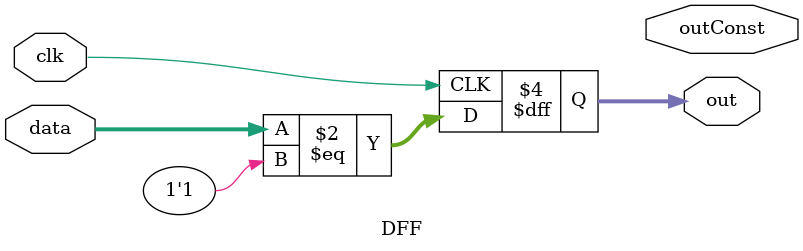
<source format=v>
`define INIT_DELAY 2
`define TEST_VAL 1'b1
`define DELAY (2+2)

module DFF(data, clk, out, outConst);
	parameter INIT = 0;
	parameter WIDTH = 4;

	input [WIDTH-1:0] data;
	input clk;
	output reg [WIDTH-1:0] out, outConst;

	initial out <= #`INIT_DELAY INIT;

	always @(posedge clk)
		out <= #`DELAY (data == `TEST_VAL);
endmodule


</source>
